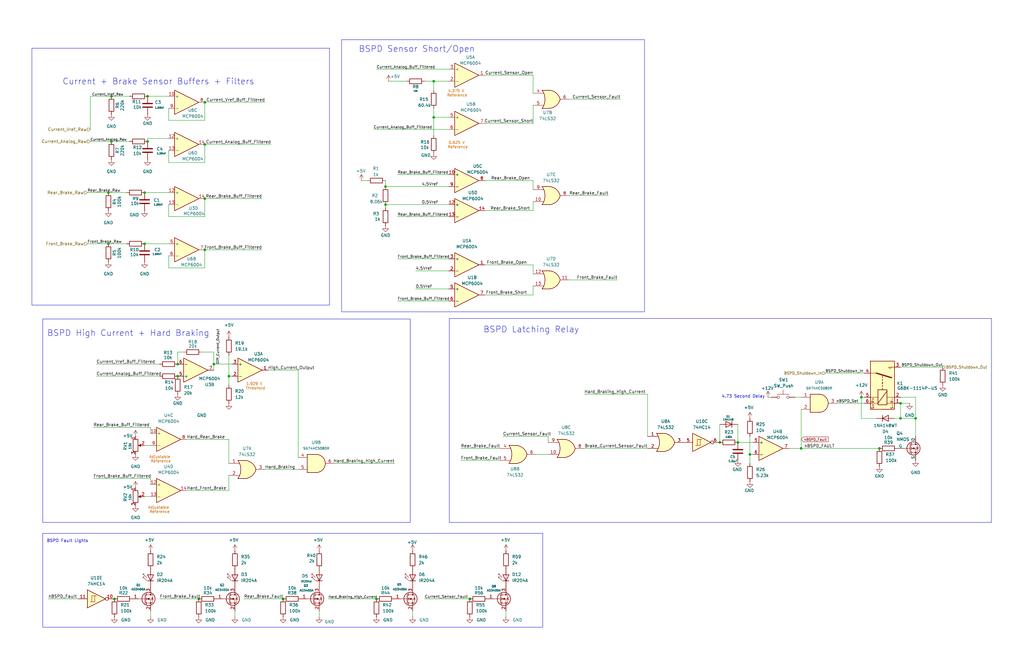
<source format=kicad_sch>
(kicad_sch (version 20250114) (generator "eeschema") (generator_version "9.0")
  (paper "B")
  (rectangle (start 13.462 20.32) (end 138.938 128.778))
  (rectangle (start 144.018 16.764) (end 271.78 131.572))
  (rectangle (start 18.034 225.044) (end 228.854 264.668))
  (rectangle (start 18.034 134.62) (end 172.974 220.472))
  (rectangle (start 189.484 134.366) (end 418.084 220.472))
  (text "Adjustable \nReference\n\n" (at 67.818 194.818 0) (effects (font (size 1.143 1.143))))
  (text "BSPD Latching Relay\n" (at 224.028 139.192 0) (effects (font (size 2.54 2.54))))
  (text "0.625 V \nReference\n\n" (at 193.04 62.23 0) (effects (font (size 1.143 1.143))))
  (text "4.375 V \nReference\n\n" (at 192.786 40.386 0) (effects (font (size 1.143 1.143))))
  (text "Current + Brake Sensor Buffers + Filters\n" (at 66.802 34.544 0) (effects (font (size 2.54 2.54))))
  (text "1.929 V \nThreshold\n" (at 107.696 163.068 0) (effects (font (size 1.143 1.143))))
  (text "Adjustable \nReference\n\n" (at 67.31 216.154 0) (effects (font (size 1.143 1.143))))
  (text "4.73 Second Delay\n" (at 313.436 167.386 0) (effects (font (size 1.27 1.27))))
  (text "BSPD Sensor Short/Open\n\n" (at 175.768 22.86 0) (effects (font (size 2.54 2.54))))
  (text "BSPD Fault Lights" (at 28.448 228.346 0) (effects (font (size 1.27 1.27))))
  (text "BSPD High Current + Hard Braking" (at 54.102 140.716 0) (effects (font (size 2.54 2.54))))
  (junction (at 303.53 186.69))
  (junction (at 379.73 170.18))
  (junction (at 48.26 252.73))
  (junction (at 182.88 49.53))
  (junction (at 182.88 34.29))
  (junction (at 316.23 191.77))
  (junction (at 83.82 252.73))
  (junction (at 337.82 189.23))
  (junction (at 62.23 59.69))
  (junction (at 363.22 167.64))
  (junction (at 119.38 252.73))
  (junction (at 74.93 158.75))
  (junction (at 90.17 153.67))
  (junction (at 386.08 176.53))
  (junction (at 158.75 252.73))
  (junction (at 46.99 40.64))
  (junction (at 162.56 86.36))
  (junction (at 311.15 186.69))
  (junction (at 46.99 59.69))
  (junction (at 45.72 102.87))
  (junction (at 62.23 40.64))
  (junction (at 45.72 81.28))
  (junction (at 198.12 252.73))
  (junction (at 60.96 102.87))
  (junction (at 86.36 105.41))
  (junction (at 74.93 153.67))
  (junction (at 60.96 81.28))
  (junction (at 86.36 83.82))
  (junction (at 162.56 78.74))
  (junction (at 86.36 43.18))
  (junction (at 379.73 176.53))
  (junction (at 96.52 158.75))
  (junction (at 370.84 189.23))
  (junction (at 86.36 60.96))
  (wire (pts (xy 162.56 86.36) (xy 189.23 86.36)))
  (wire (pts (xy 194.31 194.31) (xy 210.82 194.31)))
  (wire (pts (xy 90.17 148.59) (xy 85.09 148.59)))
  (wire (pts (xy 316.23 191.77) (xy 316.23 195.58)))
  (wire (pts (xy 386.08 176.53) (xy 386.08 184.15)))
  (wire (pts (xy 337.82 189.23) (xy 370.84 189.23)))
  (wire (pts (xy 337.82 172.72) (xy 337.82 189.23)))
  (wire (pts (xy 86.36 105.41) (xy 86.36 113.03)))
  (wire (pts (xy 78.74 185.42) (xy 96.52 185.42)))
  (wire (pts (xy 38.1 40.64) (xy 38.1 54.61)))
  (wire (pts (xy 332.74 189.23) (xy 337.82 189.23)))
  (wire (pts (xy 60.96 187.96) (xy 63.5 187.96)))
  (wire (pts (xy 231.14 184.15) (xy 231.14 186.69)))
  (wire (pts (xy 62.23 58.42) (xy 71.12 58.42)))
  (wire (pts (xy 175.26 114.3) (xy 189.23 114.3)))
  (wire (pts (xy 20.32 252.73) (xy 33.02 252.73)))
  (wire (pts (xy 182.88 34.29) (xy 189.23 34.29)))
  (wire (pts (xy 303.53 179.07) (xy 303.53 186.69)))
  (wire (pts (xy 163.83 34.29) (xy 171.45 34.29)))
  (wire (pts (xy 67.31 252.73) (xy 83.82 252.73)))
  (wire (pts (xy 167.64 91.44) (xy 189.23 91.44)))
  (wire (pts (xy 364.49 170.18) (xy 353.06 170.18)))
  (wire (pts (xy 386.08 167.64) (xy 386.08 176.53)))
  (wire (pts (xy 347.98 157.48) (xy 364.49 157.48)))
  (wire (pts (xy 204.47 88.9) (xy 224.79 88.9)))
  (wire (pts (xy 246.38 189.23) (xy 273.05 189.23)))
  (wire (pts (xy 167.64 109.22) (xy 189.23 109.22)))
  (wire (pts (xy 224.79 52.07) (xy 224.79 44.45)))
  (wire (pts (xy 86.36 43.18) (xy 111.76 43.18)))
  (wire (pts (xy 134.62 260.35) (xy 134.62 257.81)))
  (wire (pts (xy 363.22 167.64) (xy 364.49 167.64)))
  (wire (pts (xy 86.36 60.96) (xy 86.36 68.58)))
  (wire (pts (xy 213.36 260.35) (xy 213.36 257.81)))
  (wire (pts (xy 240.03 41.91) (xy 261.62 41.91)))
  (wire (pts (xy 224.79 88.9) (xy 224.79 85.09)))
  (wire (pts (xy 125.73 156.21) (xy 125.73 193.04)))
  (wire (pts (xy 86.36 50.8) (xy 86.36 43.18)))
  (wire (pts (xy 39.37 180.34) (xy 63.5 180.34)))
  (wire (pts (xy 96.52 185.42) (xy 96.52 195.58)))
  (wire (pts (xy 96.52 158.75) (xy 96.52 162.56)))
  (wire (pts (xy 204.47 52.07) (xy 224.79 52.07)))
  (wire (pts (xy 224.79 31.75) (xy 204.47 31.75)))
  (wire (pts (xy 71.12 68.58) (xy 86.36 68.58)))
  (wire (pts (xy 224.79 124.46) (xy 224.79 120.65)))
  (wire (pts (xy 379.73 176.53) (xy 377.19 176.53)))
  (wire (pts (xy 71.12 113.03) (xy 86.36 113.03)))
  (wire (pts (xy 224.79 111.76) (xy 224.79 115.57)))
  (wire (pts (xy 224.79 76.2) (xy 224.79 80.01)))
  (wire (pts (xy 71.12 45.72) (xy 71.12 50.8)))
  (wire (pts (xy 224.79 111.76) (xy 204.47 111.76)))
  (wire (pts (xy 86.36 83.82) (xy 86.36 91.44)))
  (wire (pts (xy 96.52 158.75) (xy 97.79 158.75)))
  (wire (pts (xy 204.47 76.2) (xy 224.79 76.2)))
  (wire (pts (xy 179.07 252.73) (xy 198.12 252.73)))
  (wire (pts (xy 86.36 83.82) (xy 110.49 83.82)))
  (wire (pts (xy 363.22 167.64) (xy 363.22 176.53)))
  (wire (pts (xy 46.99 40.64) (xy 54.61 40.64)))
  (wire (pts (xy 138.43 252.73) (xy 158.75 252.73)))
  (wire (pts (xy 63.5 260.35) (xy 63.5 257.81)))
  (wire (pts (xy 90.17 153.67) (xy 90.17 156.21)))
  (wire (pts (xy 179.07 34.29) (xy 182.88 34.29)))
  (wire (pts (xy 78.74 207.01) (xy 96.52 207.01)))
  (wire (pts (xy 38.1 59.69) (xy 46.99 59.69)))
  (wire (pts (xy 96.52 207.01) (xy 96.52 200.66)))
  (wire (pts (xy 240.03 118.11) (xy 260.35 118.11)))
  (wire (pts (xy 182.88 49.53) (xy 189.23 49.53)))
  (wire (pts (xy 90.17 153.67) (xy 90.17 148.59)))
  (wire (pts (xy 167.64 73.66) (xy 189.23 73.66)))
  (wire (pts (xy 311.15 179.07) (xy 311.15 186.69)))
  (wire (pts (xy 167.64 127) (xy 189.23 127)))
  (wire (pts (xy 96.52 149.86) (xy 96.52 158.75)))
  (wire (pts (xy 158.75 29.21) (xy 189.23 29.21)))
  (wire (pts (xy 173.99 260.35) (xy 173.99 257.81)))
  (wire (pts (xy 40.64 153.67) (xy 67.31 153.67)))
  (wire (pts (xy 113.03 156.21) (xy 125.73 156.21)))
  (wire (pts (xy 182.88 45.72) (xy 182.88 49.53)))
  (wire (pts (xy 86.36 105.41) (xy 110.49 105.41)))
  (wire (pts (xy 71.12 50.8) (xy 86.36 50.8)))
  (wire (pts (xy 99.06 260.35) (xy 99.06 257.81)))
  (wire (pts (xy 77.47 148.59) (xy 74.93 148.59)))
  (wire (pts (xy 71.12 91.44) (xy 86.36 91.44)))
  (wire (pts (xy 224.79 31.75) (xy 224.79 39.37)))
  (wire (pts (xy 74.93 148.59) (xy 74.93 153.67)))
  (wire (pts (xy 40.64 158.75) (xy 67.31 158.75)))
  (wire (pts (xy 397.51 154.94) (xy 379.73 154.94)))
  (wire (pts (xy 71.12 86.36) (xy 71.12 91.44)))
  (wire (pts (xy 386.08 167.64) (xy 379.73 167.64)))
  (wire (pts (xy 62.23 59.69) (xy 62.23 58.42)))
  (wire (pts (xy 204.47 124.46) (xy 224.79 124.46)))
  (wire (pts (xy 140.97 195.58) (xy 166.37 195.58)))
  (wire (pts (xy 240.03 82.55) (xy 256.54 82.55)))
  (wire (pts (xy 111.76 198.12) (xy 125.73 198.12)))
  (wire (pts (xy 386.08 176.53) (xy 379.73 176.53)))
  (wire (pts (xy 86.36 60.96) (xy 114.3 60.96)))
  (wire (pts (xy 90.17 153.67) (xy 97.79 153.67)))
  (wire (pts (xy 102.87 252.73) (xy 119.38 252.73)))
  (wire (pts (xy 152.4 76.2) (xy 154.94 76.2)))
  (wire (pts (xy 182.88 49.53) (xy 182.88 57.15)))
  (wire (pts (xy 323.85 167.64) (xy 325.12 167.64)))
  (wire (pts (xy 63.5 180.34) (xy 63.5 182.88)))
  (wire (pts (xy 316.23 184.15) (xy 316.23 191.77)))
  (wire (pts (xy 38.1 40.64) (xy 46.99 40.64)))
  (wire (pts (xy 316.23 191.77) (xy 317.5 191.77)))
  (wire (pts (xy 246.38 166.37) (xy 273.05 166.37)))
  (wire (pts (xy 162.56 86.36) (xy 162.56 87.63)))
  (wire (pts (xy 36.83 102.87) (xy 45.72 102.87)))
  (wire (pts (xy 212.09 184.15) (xy 231.14 184.15)))
  (wire (pts (xy 157.48 54.61) (xy 189.23 54.61)))
  (wire (pts (xy 383.54 170.18) (xy 379.73 170.18)))
  (wire (pts (xy 182.88 34.29) (xy 182.88 38.1)))
  (wire (pts (xy 162.56 78.74) (xy 189.23 78.74)))
  (wire (pts (xy 63.5 204.47) (xy 63.5 201.93)))
  (wire (pts (xy 71.12 107.95) (xy 71.12 113.03)))
  (wire (pts (xy 36.83 81.28) (xy 45.72 81.28)))
  (wire (pts (xy 60.96 102.87) (xy 71.12 102.87)))
  (wire (pts (xy 45.72 102.87) (xy 53.34 102.87)))
  (wire (pts (xy 45.72 81.28) (xy 53.34 81.28)))
  (wire (pts (xy 369.57 176.53) (xy 363.22 176.53)))
  (wire (pts (xy 311.15 186.69) (xy 317.5 186.69)))
  (wire (pts (xy 194.31 189.23) (xy 210.82 189.23)))
  (wire (pts (xy 335.28 167.64) (xy 337.82 167.64)))
  (wire (pts (xy 379.73 170.18) (xy 379.73 176.53)))
  (wire (pts (xy 175.26 121.92) (xy 189.23 121.92)))
  (wire (pts (xy 60.96 209.55) (xy 63.5 209.55)))
  (wire (pts (xy 62.23 40.64) (xy 71.12 40.64)))
  (wire (pts (xy 39.37 201.93) (xy 63.5 201.93)))
  (wire (pts (xy 71.12 63.5) (xy 71.12 68.58)))
  (wire (pts (xy 162.56 76.2) (xy 162.56 78.74)))
  (wire (pts (xy 60.96 81.28) (xy 71.12 81.28)))
  (wire (pts (xy 226.06 191.77) (xy 231.14 191.77)))
  (wire (pts (xy 273.05 166.37) (xy 273.05 184.15)))
  (wire (pts (xy 46.99 59.69) (xy 54.61 59.69)))
  (label "Hard_Rear_Brake" (at 78.74 185.42 0))
  (label "Rear_Brake_Fault" (at 194.31 189.23 0))
  (label "nBSPD_Set" (at 361.95 170.18 180) (effects (font (size 1.143 1.143))))
  (label "Front_Brake_Buff_Filtered" (at 167.64 127 0) (effects (font (size 1.143 1.143))))
  (label "High_Current_Output" (at 113.03 156.21 0))
  (label "Rear_Brake_Raw" (at 36.83 81.28 0) (effects (font (size 1.143 1.143))))
  (label "4.5Vref" (at 175.26 114.3 0))
  (label "Hard_Braking_High_Current" (at 246.38 166.37 0))
  (label "Rear_Brake_Fault" (at 256.54 82.55 180))
  (label "BSPD_Shutdown_In" (at 347.98 157.48 0) (effects (font (size 1.143 1.143))))
  (label "Hard_Braking_High_Current" (at 166.37 195.58 180))
  (label "4.5Vref" (at 177.8 78.74 0))
  (label "Current_Sensor_Fault" (at 212.09 184.15 0))
  (label "Brake_Current_Sensor_Fault" (at 273.05 189.23 180))
  (label "Rear_Brake_Fault" (at 102.87 252.73 0))
  (label "Front_Brake_Fault" (at 260.35 118.11 180))
  (label "Current_Analog_Buff_Filtered" (at 157.48 54.61 0) (effects (font (size 1.143 1.143))))
  (label "Rear_Brake_Short" (at 223.52 88.9 180))
  (label "Hard_Front_Brake" (at 78.74 207.01 0))
  (label "Current_Analog_Raw" (at 38.1 59.69 0) (effects (font (size 1.016 1.016))))
  (label "Hard_Braking_High_Current" (at 138.43 252.73 0) (effects (font (size 1.016 1.016))))
  (label "Front_Brake_Fault" (at 67.31 252.73 0))
  (label "Current_Vref_Raw" (at 52.07 40.64 180) (effects (font (size 1.016 1.016))))
  (label "Front_Brake_Buff_Filtered" (at 39.37 201.93 0))
  (label "Current_Vref_Buff_Filtered" (at 40.64 153.67 0))
  (label "nBSPD_FAULT" (at 339.09 189.23 0))
  (label "Current_Analog_Buff_Filtered" (at 158.75 29.21 0) (effects (font (size 1.143 1.143))))
  (label "Hard_Braking" (at 111.76 198.12 0))
  (label "Diff_Current_Output" (at 92.71 153.67 90) (effects (font (size 1.016 1.016))))
  (label "nBSPD_Fault" (at 20.32 252.73 0))
  (label "Front_Brake_Buff_Filtered" (at 110.49 105.41 180))
  (label "Front_Brake_Fault" (at 194.31 194.31 0))
  (label "0.5Vref" (at 175.26 121.92 0))
  (label "Current_Vref_Buff_Filtered" (at 111.76 43.18 180))
  (label "Current_Sensor_Fault" (at 261.62 41.91 180))
  (label "Current_Analog_Buff_Filtered" (at 114.3 60.96 180))
  (label "Current_Sensor_Open" (at 224.79 31.75 180))
  (label "Rear_Brake_Buff_Filtered" (at 39.37 180.34 0))
  (label "Rear_Brake_Buff_Filtered" (at 110.49 83.82 180))
  (label "Front_Brake_Open" (at 222.25 111.76 180))
  (label "Current_Sensor_Fault" (at 179.07 252.73 0) (effects (font (size 1.143 1.143))))
  (label "Current_Sensor_Short" (at 224.79 52.07 180))
  (label "Rear_Brake_Buff_Filtered" (at 167.64 73.66 0) (effects (font (size 1.143 1.143))))
  (label "Front_Brake_Buff_Filtered" (at 167.64 109.22 0) (effects (font (size 1.143 1.143))))
  (label "Front_Brake_Short" (at 222.25 124.46 180))
  (label "Rear_Brake_Open" (at 223.52 76.2 180))
  (label "Front_Brake_Raw" (at 36.83 102.87 0) (effects (font (size 1.143 1.143))))
  (label "Rear_Brake_Buff_Filtered" (at 167.64 91.44 0) (effects (font (size 1.143 1.143))))
  (label "Current_Analog_Buff_Filtered" (at 40.64 158.75 0))
  (label "BSPD_Shutdown_Out" (at 397.51 154.94 180) (effects (font (size 1.143 1.143))))
  (label "0.5Vref" (at 177.8 86.36 0))
  (global_label "nBSPD_Fault" (shape input) (at 337.82 185.42 0) (effects (font (size 1.016 1.016))) (property "Intersheetrefs" "${INTERSHEET_REFS}" (effects (hide yes))))
  (hierarchical_label "Rear_Brake_Raw" (shape input) (at 36.83 81.28 180))
  (hierarchical_label "BSPD_Shutdown_Out" (shape output) (at 397.51 154.94 0) (effects (font (size 1.143 1.143))))
  (hierarchical_label "Current_Analog_Raw" (shape input) (at 38.1 59.69 180))
  (hierarchical_label "Current_Vref_Raw" (shape input) (at 38.1 54.61 180))
  (hierarchical_label "BSPD_Shutdown_In" (shape input) (at 347.98 157.48 180) (effects (font (size 1.143 1.143))))
  (hierarchical_label "Front_Brake_Raw" (shape input) (at 36.83 102.87 180))
  (symbol (lib_id "power:GND") (at 74.93 166.37 0) (unit 1)
    (property "Reference" "#PWR017" (effects (hide yes)))
    (property "Value" "GND" (at 74.93 170.18 0))
    (property "Description" "Power symbol creates a global label with name \"GND\" , ground" (effects (hide yes)))
  )
  (symbol (lib_id "74xx:74LS32") (at 104.14 198.12 0) (unit 1)
    (property "Reference" "U7" (at 104.14 189.23 0))
    (property "Value" "74LS32" (at 104.14 191.77 0))
    (property "Datasheet" "http://www.ti.com/lit/gpn/sn74LS32" (effects (hide yes)))
    (property "Description" "Quad 2-input OR" (effects (hide yes)))
  )
  (symbol (lib_id "Device:R") (at 71.12 158.75 90) (unit 1)
    (property "Reference" "R14" (at 71.374 161.29 90))
    (property "Value" "10k" (at 71.374 163.83 90))
    (property "Description" "Resistor" (effects (hide yes)))
  )
  (symbol (lib_id "Amplifier_Operational:MCP6004") (at 196.85 31.75 0) (unit 1)
    (property "Reference" "U5" (at 198.374 24.13 0))
    (property "Value" "MCP6004" (at 198.374 26.67 0))
    (property "Datasheet" "http://ww1.microchip.com/downloads/en/DeviceDoc/21733j.pdf" (effects (hide yes)))
    (property "Description" "1MHz, Low-Power Op Amp, DIP-14/SOIC-14/TSSOP-14" (effects (hide yes)))
  )
  (symbol (lib_id "power:GND") (at 119.38 260.35 0) (unit 1)
    (property "Reference" "#PWR050" (effects (hide yes)))
    (property "Value" "GND" (at 124.206 261.62 0))
    (property "Description" "Power symbol creates a global label with name \"GND\" , ground" (effects (hide yes)))
  )
  (symbol (lib_id "Device:R") (at 63.5 236.22 180) (unit 1)
    (property "Reference" "R24" (at 66.04 234.9499 0) (effects (justify right)))
    (property "Value" "2k" (at 66.04 237.4899 0) (effects (justify right)))
    (property "Description" "Resistor" (effects (hide yes)))
  )
  (symbol (lib_id "power:+5V") (at 316.23 176.53 0) (unit 1)
    (property "Reference" "#PWR029" (effects (hide yes)))
    (property "Value" "+5V" (at 315.722 171.958 0))
    (property "Description" "Power symbol creates a global label with name \"+5V\"" (effects (hide yes)))
  )
  (symbol (lib_id "Device:R") (at 316.23 180.34 180) (unit 1)
    (property "Reference" "R25" (at 318.77 179.0699 0) (effects (justify right)))
    (property "Value" "10k" (at 318.77 181.6099 0) (effects (justify right)))
    (property "Description" "Resistor" (effects (hide yes)))
  )
  (symbol (lib_id "power:GND") (at 198.12 260.35 0) (unit 1)
    (property "Reference" "#PWR079" (effects (hide yes)))
    (property "Value" "GND" (at 202.946 261.62 0))
    (property "Description" "Power symbol creates a global label with name \"GND\" , ground" (effects (hide yes)))
  )
  (symbol (lib_id "Device:C") (at 62.23 44.45 0) (unit 1)
    (property "Reference" "C3" (at 65.278 43.18 0) (effects (justify left)))
    (property "Value" "1.59nF" (at 65.278 45.466 0) (effects (font (size 0.762 0.762)) (justify left)))
    (property "Description" "Unpolarized capacitor" (effects (hide yes)))
  )
  (symbol (lib_id "Device:R") (at 370.84 193.04 180) (unit 1)
    (property "Reference" "R37" (at 373.38 191.7699 0) (effects (justify right)))
    (property "Value" "100k" (at 373.38 194.3099 0) (effects (justify right)))
    (property "Description" "Resistor" (effects (hide yes)))
  )
  (symbol (lib_id "power:+5V") (at 99.06 232.41 0) (unit 1)
    (property "Reference" "#PWR043" (effects (hide yes)))
    (property "Value" "+5V" (at 98.552 227.838 0))
    (property "Description" "Power symbol creates a global label with name \"+5V\"" (effects (hide yes)))
  )
  (symbol (lib_id "power:+12V") (at 363.22 167.64 0) (mirror y) (unit 1)
    (property "Reference" "#PWR049" (effects (hide yes)))
    (property "Value" "+12V" (at 363.22 162.56 0))
    (property "Description" "Power symbol creates a global label with name \"+12V\"" (effects (hide yes)))
  )
  (symbol (lib_id "Device:R") (at 213.36 236.22 180) (unit 1)
    (property "Reference" "R59" (at 215.9 234.9499 0) (effects (justify right)))
    (property "Value" "2k" (at 215.9 237.4899 0) (effects (justify right)))
    (property "Description" "Resistor" (effects (hide yes)))
  )
  (symbol (lib_id "power:GND") (at 57.15 213.36 0) (unit 1)
    (property "Reference" "#PWR011" (effects (hide yes)))
    (property "Value" "GND" (at 57.15 218.44 0))
    (property "Description" "Power symbol creates a global label with name \"GND\" , ground" (effects (hide yes)))
  )
  (symbol (lib_id "Device:R_Potentiometer") (at 57.15 187.96 0) (unit 1)
    (property "Reference" "RV1" (at 52.832 188.214 90))
    (property "Value" "10k" (at 54.864 188.214 90) (effects (font (size 1.016 1.016))))
    (property "Description" "Potentiometer" (effects (hide yes)))
  )
  (symbol (lib_id "Amplifier_Operational:MCP6004") (at 71.12 185.42 0) (unit 3)
    (property "Reference" "U4" (at 71.12 175.26 0))
    (property "Value" "MCP6004" (at 71.12 177.8 0))
    (property "Datasheet" "http://ww1.microchip.com/downloads/en/DeviceDoc/21733j.pdf" (effects (hide yes)))
    (property "Description" "1MHz, Low-Power Op Amp, DIP-14/SOIC-14/TSSOP-14" (effects (hide yes)))
  )
  (symbol (lib_id "LED:IR204A") (at 213.36 242.57 90) (unit 1)
    (property "Reference" "D12" (at 215.9 242.4429 90) (effects (justify right)))
    (property "Value" "IR204A" (at 215.9 244.9829 90) (effects (justify right)))
    (property "Footprint" "LED_THT:LED_D3.0mm_IRBlack" (effects (hide yes)))
    (property "Datasheet" "http://www.everlight.com/file/ProductFile/IR204-A.pdf" (effects (hide yes)))
    (property "Description" "Infrared LED , 3mm LED package" (effects (hide yes)))
  )
  (symbol (lib_id "Amplifier_Operational:MCP6004") (at 196.85 52.07 0) (unit 2)
    (property "Reference" "U5" (at 198.628 43.942 0))
    (property "Value" "MCP6004" (at 198.628 46.482 0))
    (property "Datasheet" "http://ww1.microchip.com/downloads/en/DeviceDoc/21733j.pdf" (effects (hide yes)))
    (property "Description" "1MHz, Low-Power Op Amp, DIP-14/SOIC-14/TSSOP-14" (effects (hide yes)))
  )
  (symbol (lib_id "power:GND") (at 213.36 260.35 0) (unit 1)
    (property "Reference" "#PWR084" (effects (hide yes)))
    (property "Value" "GND" (at 218.186 261.62 0))
    (property "Description" "Power symbol creates a global label with name \"GND\" , ground" (effects (hide yes)))
  )
  (symbol (lib_id "Amplifier_Operational:MCP6004") (at 196.85 111.76 0) (unit 1)
    (property "Reference" "U1" (at 196.85 101.6 0))
    (property "Value" "MCP6004" (at 196.85 104.14 0))
    (property "Datasheet" "http://ww1.microchip.com/downloads/en/DeviceDoc/21733j.pdf" (effects (hide yes)))
    (property "Description" "1MHz, Low-Power Op Amp, DIP-14/SOIC-14/TSSOP-14" (effects (hide yes)))
  )
  (symbol (lib_id "FS_3_Global_Symbol_Library:SN74HCS08DR") (at 133.35 195.58 0) (unit 2)
    (property "Reference" "U9" (at 133.3417 186.69 0))
    (property "Value" "SN74HCS08DR" (at 133.3417 189.23 0) (effects (font (size 1.016 1.016))))
    (property "Footprint" "Package_SO:SOIC-14_3.9x8.7mm_P1.27mm" (effects (hide yes)))
    (property "Datasheet" "http://www.ti.com/lit/gpn/sn74hc00" (effects (hide yes)))
    (property "Description" "quad 2-input AND gate" (effects (hide yes)))
  )
  (symbol (lib_id "Device:R") (at 134.62 236.22 180) (unit 1)
    (property "Reference" "R40" (at 129.286 234.442 0) (effects (justify right)))
    (property "Value" "2k" (at 130.302 236.728 0) (effects (justify right)))
    (property "Description" "Resistor" (effects (hide yes)))
  )
  (symbol (lib_id "power:GND") (at 45.72 110.49 0) (unit 1)
    (property "Reference" "#PWR05" (effects (hide yes)))
    (property "Value" "GND" (at 45.72 115.57 0))
    (property "Description" "Power symbol creates a global label with name \"GND\" , ground" (effects (hide yes)))
  )
  (symbol (lib_id "Device:R") (at 45.72 85.09 180) (unit 1)
    (property "Reference" "R4" (at 48.26 85.09 90))
    (property "Value" "100k" (at 50.292 85.09 90))
    (property "Description" "Resistor" (effects (hide yes)))
  )
  (symbol (lib_id "power:GND") (at 63.5 260.35 0) (unit 1)
    (property "Reference" "#PWR027" (effects (hide yes)))
    (property "Value" "GND" (at 68.326 261.62 0))
    (property "Description" "Power symbol creates a global label with name \"GND\" , ground" (effects (hide yes)))
  )
  (symbol (lib_id "Transistor_FET:AO3400A") (at 210.82 252.73 0) (unit 1)
    (property "Reference" "Q8" (at 207.264 247.396 0) (effects (font (size 0.889 0.889)) (justify left)))
    (property "Value" "AO3400A" (at 205.232 249.174 0) (effects (font (size 0.889 0.889)) (justify left)))
    (property "Footprint" "Package_TO_SOT_SMD:SOT-23" (effects (hide yes)))
    (property "Datasheet" "http://www.aosmd.com/pdfs/datasheet/AO3400A.pdf" (effects (hide yes)))
    (property "Description" "30V Vds, 5.7A Id, N-Channel MOSFET, SOT-23" (effects (hide yes)))
  )
  (symbol (lib_id "Device:R") (at 99.06 236.22 180) (unit 1)
    (property "Reference" "R35" (at 101.6 234.9499 0) (effects (justify right)))
    (property "Value" "2k" (at 101.6 237.4899 0) (effects (justify right)))
    (property "Description" "Resistor" (effects (hide yes)))
  )
  (symbol (lib_id "Device:R") (at 201.93 252.73 270) (unit 1)
    (property "Reference" "R56" (at 201.93 250.19 90))
    (property "Value" "10k" (at 201.93 248.158 90))
    (property "Description" "Resistor" (effects (hide yes)))
  )
  (symbol (lib_id "Amplifier_Operational:MCP6004") (at 105.41 156.21 0) (unit 1)
    (property "Reference" "U3" (at 108.966 149.352 0))
    (property "Value" "MCP6004" (at 108.966 151.892 0))
    (property "Datasheet" "http://ww1.microchip.com/downloads/en/DeviceDoc/21733j.pdf" (effects (hide yes)))
    (property "Description" "1MHz, Low-Power Op Amp, DIP-14/SOIC-14/TSSOP-14" (effects (hide yes)))
  )
  (symbol (lib_id "Amplifier_Operational:MCP6004") (at 196.85 76.2 0) (unit 3)
    (property "Reference" "U5" (at 201.422 70.104 0))
    (property "Value" "MCP6004" (at 201.422 72.644 0))
    (property "Datasheet" "http://ww1.microchip.com/downloads/en/DeviceDoc/21733j.pdf" (effects (hide yes)))
    (property "Description" "1MHz, Low-Power Op Amp, DIP-14/SOIC-14/TSSOP-14" (effects (hide yes)))
  )
  (symbol (lib_id "Amplifier_Operational:MCP6004") (at 78.74 60.96 0) (unit 4)
    (property "Reference" "U6" (at 81.28 64.516 0))
    (property "Value" "MCP6004" (at 81.28 67.056 0))
    (property "Datasheet" "http://ww1.microchip.com/downloads/en/DeviceDoc/21733j.pdf" (effects (hide yes)))
    (property "Description" "1MHz, Low-Power Op Amp, DIP-14/SOIC-14/TSSOP-14" (effects (hide yes)))
  )
  (symbol (lib_id "power:GND") (at 45.72 88.9 0) (unit 1)
    (property "Reference" "#PWR04" (effects (hide yes)))
    (property "Value" "GND" (at 45.72 93.98 0))
    (property "Description" "Power symbol creates a global label with name \"GND\" , ground" (effects (hide yes)))
  )
  (symbol (lib_id "power:GND") (at 158.75 260.35 0) (unit 1)
    (property "Reference" "#PWR068" (effects (hide yes)))
    (property "Value" "GND" (at 163.576 261.62 0))
    (property "Description" "Power symbol creates a global label with name \"GND\" , ground" (effects (hide yes)))
  )
  (symbol (lib_id "Amplifier_Operational:MCP6004") (at 78.74 83.82 0) (unit 4)
    (property "Reference" "U3" (at 81.534 87.884 0))
    (property "Value" "MCP6004" (at 81.788 90.17 0))
    (property "Datasheet" "http://ww1.microchip.com/downloads/en/DeviceDoc/21733j.pdf" (effects (hide yes)))
    (property "Description" "1MHz, Low-Power Op Amp, DIP-14/SOIC-14/TSSOP-14" (effects (hide yes)))
  )
  (symbol (lib_id "power:+5V") (at 57.15 205.74 0) (unit 1)
    (property "Reference" "#PWR010" (effects (hide yes)))
    (property "Value" "+5V" (at 53.848 205.486 0))
    (property "Description" "Power symbol creates a global label with name \"+5V\"" (effects (hide yes)))
  )
  (symbol (lib_id "Device:R") (at 162.56 91.44 0) (unit 1)
    (property "Reference" "R3" (at 157.226 90.17 0) (effects (justify left)))
    (property "Value" "1k" (at 157.988 92.456 0) (effects (justify left)))
    (property "Description" "Resistor" (effects (hide yes)))
  )
  (symbol (lib_id "power:GND") (at 311.15 194.31 0) (unit 1)
    (property "Reference" "#PWR025" (effects (hide yes)))
    (property "Value" "GND" (at 310.896 198.12 0))
    (property "Description" "Power symbol creates a global label with name \"GND\" , ground" (effects (hide yes)))
  )
  (symbol (lib_id "Amplifier_Operational:MCP6004") (at 78.74 105.41 0) (unit 2)
    (property "Reference" "U6" (at 80.772 109.22 0))
    (property "Value" "MCP6004" (at 80.772 111.76 0))
    (property "Datasheet" "http://ww1.microchip.com/downloads/en/DeviceDoc/21733j.pdf" (effects (hide yes)))
    (property "Description" "1MHz, Low-Power Op Amp, DIP-14/SOIC-14/TSSOP-14" (effects (hide yes)))
  )
  (symbol (lib_id "Device:R") (at 307.34 186.69 270) (unit 1)
    (property "Reference" "R23" (at 307.34 182.372 90))
    (property "Value" "430k" (at 307.34 184.404 90) (effects (font (size 0.762 0.762))))
    (property "Description" "Resistor" (effects (hide yes)))
  )
  (symbol (lib_id "Device:R") (at 158.75 256.54 180) (unit 1)
    (property "Reference" "R42" (at 161.29 255.2699 0) (effects (justify right)))
    (property "Value" "100k" (at 161.29 257.8099 0) (effects (justify right)))
    (property "Description" "Resistor" (effects (hide yes)))
  )
  (symbol (lib_id "74xx:74HC14") (at 40.64 252.73 0) (unit 5)
    (property "Reference" "U10" (at 40.64 243.84 0))
    (property "Value" "74HC14" (at 40.64 246.38 0))
    (property "Datasheet" "http://www.ti.com/lit/gpn/sn74HC14" (effects (hide yes)))
    (property "Description" "Hex inverter schmitt trigger" (effects (hide yes)))
  )
  (symbol (lib_id "74xx:74HC14") (at 295.91 186.69 0) (unit 3)
    (property "Reference" "U10" (at 295.91 177.8 0))
    (property "Value" "74HC14" (at 295.91 180.34 0))
    (property "Datasheet" "http://www.ti.com/lit/gpn/sn74HC14" (effects (hide yes)))
    (property "Description" "Hex inverter schmitt trigger" (effects (hide yes)))
  )
  (symbol (lib_id "power:+5V") (at 63.5 232.41 0) (unit 1)
    (property "Reference" "#PWR026" (effects (hide yes)))
    (property "Value" "+5V" (at 62.992 227.838 0))
    (property "Description" "Power symbol creates a global label with name \"+5V\"" (effects (hide yes)))
  )
  (symbol (lib_id "power:GND") (at 316.23 203.2 0) (unit 1)
    (property "Reference" "#PWR030" (effects (hide yes)))
    (property "Value" "GND" (at 315.976 207.01 0))
    (property "Description" "Power symbol creates a global label with name \"GND\" , ground" (effects (hide yes)))
  )
  (symbol (lib_id "power:GND") (at 60.96 110.49 0) (unit 1)
    (property "Reference" "#PWR014" (effects (hide yes)))
    (property "Value" "GND" (at 60.96 115.57 0))
    (property "Description" "Power symbol creates a global label with name \"GND\" , ground" (effects (hide yes)))
  )
  (symbol (lib_id "Device:R") (at 45.72 106.68 180) (unit 1)
    (property "Reference" "R5" (at 48.26 106.68 90))
    (property "Value" "100k" (at 50.292 106.68 90))
    (property "Description" "Resistor" (effects (hide yes)))
  )
  (symbol (lib_id "power:+5V") (at 163.83 34.29 0) (unit 1)
    (property "Reference" "#PWR02" (effects (hide yes)))
    (property "Value" "+5V" (at 166.624 32.258 0))
    (property "Description" "Power symbol creates a global label with name \"+5V\"" (effects (hide yes)))
  )
  (symbol (lib_id "1FS_2_Global_Symbol_Library:G6BK-1114P-US") (at 372.11 158.75 0) (mirror x) (unit 1)
    (property "Reference" "K1" (at 379.476 161.798 0))
    (property "Value" "G6BK-1114P-US" (at 386.842 163.83 0))
    (property "Footprint" "FS_3_Global_Footprint_Library:RELAY_G6BK-1114P-US_OMR" (effects (hide yes)))
    (property "Description" "Omron G6BK-1114P-US Latching Relay." (effects (hide yes)))
  )
  (symbol (lib_id "power:+5V") (at 57.15 184.15 0) (unit 1)
    (property "Reference" "#PWR08" (effects (hide yes)))
    (property "Value" "+5V" (at 53.848 183.896 0))
    (property "Description" "Power symbol creates a global label with name \"+5V\"" (effects (hide yes)))
  )
  (symbol (lib_id "power:GND") (at 182.88 64.77 0) (unit 1)
    (property "Reference" "#PWR012" (effects (hide yes)))
    (property "Value" "GND" (at 179.578 65.532 0))
    (property "Description" "Power symbol creates a global label with name \"GND\" , ground" (effects (hide yes)))
  )
  (symbol (lib_id "power:GND") (at 162.56 95.25 0) (unit 1)
    (property "Reference" "#PWR03" (effects (hide yes)))
    (property "Value" "GND" (at 162.56 99.314 0))
    (property "Description" "Power symbol creates a global label with name \"GND\" , ground" (effects (hide yes)))
  )
  (symbol (lib_id "Device:R") (at 123.19 252.73 270) (unit 1)
    (property "Reference" "R38" (at 123.19 250.19 90))
    (property "Value" "10k" (at 123.19 248.158 90))
    (property "Description" "Resistor" (effects (hide yes)))
  )
  (symbol (lib_id "Device:R") (at 397.51 158.75 180) (unit 1)
    (property "Reference" "R41" (at 400.05 157.4799 0) (effects (justify right)))
    (property "Value" "100k" (at 400.05 160.0199 0) (effects (justify right)))
    (property "Description" "Resistor" (effects (hide yes)))
  )
  (symbol (lib_id "Device:R") (at 74.93 162.56 180) (unit 1)
    (property "Reference" "R17" (at 77.47 163.322 0) (effects (justify right)))
    (property "Value" "20k" (at 77.47 165.862 0) (effects (justify right)))
    (property "Description" "Resistor" (effects (hide yes)))
  )
  (symbol (lib_id "Transistor_FET:AO3400A") (at 171.45 252.73 0) (unit 1)
    (property "Reference" "Q5" (at 167.386 246.634 0) (effects (font (size 0.889 0.889)) (justify left)))
    (property "Value" "AO3400A" (at 165.608 248.666 0) (effects (font (size 0.889 0.889)) (justify left)))
    (property "Footprint" "Package_TO_SOT_SMD:SOT-23" (effects (hide yes)))
    (property "Datasheet" "http://www.aosmd.com/pdfs/datasheet/AO3400A.pdf" (effects (hide yes)))
    (property "Description" "30V Vds, 5.7A Id, N-Channel MOSFET, SOT-23" (effects (hide yes)))
  )
  (symbol (lib_id "Device:R") (at 96.52 146.05 180) (unit 1)
    (property "Reference" "R19" (at 99.06 144.7799 0) (effects (justify right)))
    (property "Value" "19.1k" (at 99.06 147.3199 0) (effects (justify right)))
    (property "Description" "Resistor" (effects (hide yes)))
  )
  (symbol (lib_id "power:GND") (at 46.99 67.31 0) (unit 1)
    (property "Reference" "#PWR07" (effects (hide yes)))
    (property "Value" "GND" (at 46.99 72.39 0))
    (property "Description" "Power symbol creates a global label with name \"GND\" , ground" (effects (hide yes)))
  )
  (symbol (lib_id "Device:R") (at 48.26 256.54 180) (unit 1)
    (property "Reference" "R21" (at 50.8 255.2699 0) (effects (justify right)))
    (property "Value" "100k" (at 50.8 257.8099 0) (effects (justify right)))
    (property "Description" "Resistor" (effects (hide yes)))
  )
  (symbol (lib_id "Device:R") (at 52.07 252.73 270) (unit 1)
    (property "Reference" "R22" (at 52.07 250.19 90))
    (property "Value" "10k" (at 52.07 248.158 90))
    (property "Description" "Resistor" (effects (hide yes)))
  )
  (symbol (lib_id "Device:R") (at 173.99 236.22 180) (unit 1)
    (property "Reference" "R46" (at 176.53 234.9499 0) (effects (justify right)))
    (property "Value" "2k" (at 176.53 237.4899 0) (effects (justify right)))
    (property "Description" "Resistor" (effects (hide yes)))
  )
  (symbol (lib_id "Switch:SW_Push") (at 330.2 167.64 0) (mirror y) (unit 1)
    (property "Reference" "SW1" (at 330.454 160.274 0))
    (property "Value" "SW_Push" (at 330.454 162.814 0))
    (property "Description" "Push button switch, generic, two pins" (effects (hide yes)))
  )
  (symbol (lib_id "Device:C") (at 311.15 190.5 0) (unit 1)
    (property "Reference" "C5" (at 307.848 192.786 0) (effects (font (size 1.016 1.016)) (justify left)))
    (property "Value" "1.0μF" (at 307.086 194.564 0) (effects (font (size 0.889 0.889)) (justify left)))
    (property "Description" "Unpolarized capacitor" (effects (hide yes)))
  )
  (symbol (lib_id "power:GND") (at 60.96 88.9 0) (unit 1)
    (property "Reference" "#PWR013" (effects (hide yes)))
    (property "Value" "GND" (at 56.642 90.678 0))
    (property "Description" "Power symbol creates a global label with name \"GND\" , ground" (effects (hide yes)))
  )
  (symbol (lib_id "power:GND") (at 397.51 162.56 0) (unit 1)
    (property "Reference" "#PWR065" (effects (hide yes)))
    (property "Value" "GND" (at 397.51 166.624 0))
    (property "Description" "Power symbol creates a global label with name \"GND\" , ground" (effects (hide yes)))
  )
  (symbol (lib_id "LED:IR204A") (at 63.5 242.57 90) (unit 1)
    (property "Reference" "D2" (at 66.04 242.4429 90) (effects (justify right)))
    (property "Value" "IR204A" (at 66.04 244.9829 90) (effects (justify right)))
    (property "Footprint" "LED_THT:LED_D3.0mm_IRBlack" (effects (hide yes)))
    (property "Datasheet" "http://www.everlight.com/file/ProductFile/IR204-A.pdf" (effects (hide yes)))
    (property "Description" "Infrared LED , 3mm LED package" (effects (hide yes)))
  )
  (symbol (lib_id "LED:IR204A") (at 173.99 242.57 90) (unit 1)
    (property "Reference" "D6" (at 176.53 242.4429 90) (effects (justify right)))
    (property "Value" "IR204A" (at 176.53 244.9829 90) (effects (justify right)))
    (property "Footprint" "LED_THT:LED_D3.0mm_IRBlack" (effects (hide yes)))
    (property "Datasheet" "http://www.everlight.com/file/ProductFile/IR204-A.pdf" (effects (hide yes)))
    (property "Description" "Infrared LED , 3mm LED package" (effects (hide yes)))
  )
  (symbol (lib_id "Device:C") (at 60.96 85.09 0) (unit 1)
    (property "Reference" "C1" (at 64.77 84.4549 0) (effects (justify left)))
    (property "Value" "1.59nF" (at 64.77 86.36 0) (effects (font (size 0.762 0.762)) (justify left)))
    (property "Description" "Unpolarized capacitor" (effects (hide yes)))
  )
  (symbol (lib_id "Transistor_FET:AO3400A") (at 96.52 252.73 0) (unit 1)
    (property "Reference" "Q2" (at 92.71 246.888 0) (effects (font (size 0.889 0.889)) (justify left)))
    (property "Value" "AO3400A" (at 90.678 248.92 0) (effects (font (size 0.889 0.889)) (justify left)))
    (property "Footprint" "Package_TO_SOT_SMD:SOT-23" (effects (hide yes)))
    (property "Datasheet" "http://www.aosmd.com/pdfs/datasheet/AO3400A.pdf" (effects (hide yes)))
    (property "Description" "30V Vds, 5.7A Id, N-Channel MOSFET, SOT-23" (effects (hide yes)))
  )
  (symbol (lib_id "Device:R") (at 374.65 189.23 270) (unit 1)
    (property "Reference" "R39" (at 374.65 186.69 90))
    (property "Value" "10k" (at 374.65 184.658 90))
    (property "Description" "Resistor" (effects (hide yes)))
  )
  (symbol (lib_id "power:GND") (at 62.23 67.31 0) (unit 1)
    (property "Reference" "#PWR016" (effects (hide yes)))
    (property "Value" "GND" (at 62.23 72.39 0))
    (property "Description" "Power symbol creates a global label with name \"GND\" , ground" (effects (hide yes)))
  )
  (symbol (lib_id "power:+5V") (at 213.36 232.41 0) (unit 1)
    (property "Reference" "#PWR083" (effects (hide yes)))
    (property "Value" "+5V" (at 213.106 227.838 0))
    (property "Description" "Power symbol creates a global label with name \"+5V\"" (effects (hide yes)))
  )
  (symbol (lib_id "LED:IR204A") (at 99.06 242.57 90) (unit 1)
    (property "Reference" "D3" (at 101.6 242.4429 90) (effects (justify right)))
    (property "Value" "IR204A" (at 101.6 244.9829 90) (effects (justify right)))
    (property "Footprint" "LED_THT:LED_D3.0mm_IRBlack" (effects (hide yes)))
    (property "Datasheet" "http://www.everlight.com/file/ProductFile/IR204-A.pdf" (effects (hide yes)))
    (property "Description" "Infrared LED , 3mm LED package" (effects (hide yes)))
  )
  (symbol (lib_id "Device:C") (at 62.23 63.5 0) (unit 1)
    (property "Reference" "C4" (at 66.04 62.8649 0) (effects (justify left)))
    (property "Value" "1.59nF" (at 66.04 64.77 0) (effects (font (size 0.762 0.762)) (justify left)))
    (property "Description" "Unpolarized capacitor" (effects (hide yes)))
  )
  (symbol (lib_id "Device:R") (at 58.42 59.69 90) (unit 1)
    (property "Reference" "R12" (at 57.912 62.23 90))
    (property "Value" "10k" (at 57.912 64.77 90))
    (property "Description" "Resistor" (effects (hide yes)))
  )
  (symbol (lib_id "power:+12V") (at 323.85 167.64 0) (mirror y) (unit 1)
    (property "Reference" "#PWR031" (effects (hide yes)))
    (property "Value" "+12V" (at 323.596 163.83 0))
    (property "Description" "Power symbol creates a global label with name \"+12V\"" (effects (hide yes)))
  )
  (symbol (lib_id "74xx:74LS32") (at 232.41 118.11 0) (unit 4)
    (property "Reference" "U7" (at 232.41 109.22 0))
    (property "Value" "74LS32" (at 232.41 111.76 0))
    (property "Datasheet" "http://www.ti.com/lit/gpn/sn74LS32" (effects (hide yes)))
    (property "Description" "Quad 2-input OR" (effects (hide yes)))
  )
  (symbol (lib_id "74xx:74LS32") (at 232.41 41.91 0) (unit 2)
    (property "Reference" "U7" (at 230.886 47.498 0))
    (property "Value" "74LS32" (at 230.886 50.038 0))
    (property "Datasheet" "http://www.ti.com/lit/gpn/sn74LS32" (effects (hide yes)))
    (property "Description" "Quad 2-input OR" (effects (hide yes)))
  )
  (symbol (lib_id "Diode:1N4148WT") (at 373.38 176.53 0) (unit 1)
    (property "Reference" "D4" (at 373.38 182.118 0))
    (property "Value" "1N4148WT" (at 373.38 179.578 0))
    (property "Footprint" "Diode_SMD:D_SOD-523" (effects (hide yes)))
    (property "Datasheet" "https://www.diodes.com/assets/Datasheets/ds30396.pdf" (effects (hide yes)))
    (property "Description" "75V 0.15A Fast switching Diode, SOD-523" (effects (hide yes)))
    (property "Sim.Device" "D" (effects (hide yes)))
    (property "Sim.Pins" "1=K 2=A" (effects (hide yes)))
  )
  (symbol (lib_id "power:GND") (at 383.54 170.18 0) (mirror y) (unit 1)
    (property "Reference" "#PWR054" (effects (hide yes)))
    (property "Value" "GND" (at 383.54 175.26 0))
    (property "Description" "Power symbol creates a global label with name \"GND\" , ground" (effects (hide yes)))
  )
  (symbol (lib_id "Device:R") (at 46.99 63.5 180) (unit 1)
    (property "Reference" "R7" (at 49.53 63.5 90))
    (property "Value" "220k" (at 51.562 63.5 90))
    (property "Description" "Resistor" (effects (hide yes)))
  )
  (symbol (lib_id "Amplifier_Operational:MCP6004") (at 78.74 43.18 0) (unit 3)
    (property "Reference" "U6" (at 81.28 46.482 0))
    (property "Value" "MCP6004" (at 81.28 49.022 0))
    (property "Datasheet" "http://ww1.microchip.com/downloads/en/DeviceDoc/21733j.pdf" (effects (hide yes)))
    (property "Description" "1MHz, Low-Power Op Amp, DIP-14/SOIC-14/TSSOP-14" (effects (hide yes)))
  )
  (symbol (lib_id "Simulation_SPICE:NMOS") (at 383.54 189.23 0) (unit 1)
    (property "Reference" "Q4" (at 377.952 182.88 0) (effects (justify left)))
    (property "Value" "NMOS" (at 377.952 185.42 0) (effects (justify left)))
    (property "Datasheet" "https://ngspice.sourceforge.io/docs/ngspice-html-manual/manual.xhtml#cha_MOSFETs" (effects (hide yes)))
    (property "Description" "N-MOSFET transistor, drain/source/gate" (effects (hide yes)))
    (property "Sim.Device" "NMOS" (effects (hide yes)))
    (property "Sim.Type" "VDMOS" (effects (hide yes)))
    (property "Sim.Pins" "1=D 2=G 3=S" (effects (hide yes)))
  )
  (symbol (lib_id "Device:R") (at 182.88 60.96 180) (unit 1)
    (property "Reference" "R16" (at 177.292 59.944 0) (effects (justify right)))
    (property "Value" "10k" (at 177.292 62.23 0) (effects (justify right)))
    (property "Description" "Resistor" (effects (hide yes)))
  )
  (symbol (lib_id "Device:R") (at 175.26 34.29 270) (unit 1)
    (property "Reference" "R8" (at 175.26 36.576 90))
    (property "Value" "10k" (at 175.26 38.354 90) (effects (font (size 0.635 0.635))))
    (property "Description" "Resistor" (effects (hide yes)))
  )
  (symbol (lib_id "power:GND") (at 83.82 260.35 0) (unit 1)
    (property "Reference" "#PWR037" (effects (hide yes)))
    (property "Value" "GND" (at 88.646 261.62 0))
    (property "Description" "Power symbol creates a global label with name \"GND\" , ground" (effects (hide yes)))
  )
  (symbol (lib_id "LED:IR204A") (at 134.62 242.57 90) (unit 1)
    (property "Reference" "D5" (at 127.254 243.078 90) (effects (justify right)))
    (property "Value" "IR204A" (at 126.746 245.364 90) (effects (font (size 0.889 0.889)) (justify right)))
    (property "Footprint" "LED_THT:LED_D3.0mm_IRBlack" (effects (hide yes)))
    (property "Datasheet" "http://www.everlight.com/file/ProductFile/IR204-A.pdf" (effects (hide yes)))
    (property "Description" "Infrared LED , 3mm LED package" (effects (hide yes)))
  )
  (symbol (lib_id "Amplifier_Operational:MCP6004") (at 196.85 88.9 0) (unit 4)
    (property "Reference" "U5" (at 199.39 81.28 0))
    (property "Value" "MCP6004" (at 199.39 83.82 0))
    (property "Datasheet" "http://ww1.microchip.com/downloads/en/DeviceDoc/21733j.pdf" (effects (hide yes)))
    (property "Description" "1MHz, Low-Power Op Amp, DIP-14/SOIC-14/TSSOP-14" (effects (hide yes)))
  )
  (symbol (lib_id "power:GND") (at 370.84 196.85 0) (unit 1)
    (property "Reference" "#PWR051" (effects (hide yes)))
    (property "Value" "GND" (at 370.84 200.914 0))
    (property "Description" "Power symbol creates a global label with name \"GND\" , ground" (effects (hide yes)))
  )
  (symbol (lib_id "Device:R") (at 57.15 81.28 90) (unit 1)
    (property "Reference" "R9" (at 57.15 83.82 90))
    (property "Value" "10k" (at 56.896 85.852 90))
    (property "Description" "Resistor" (effects (hide yes)))
  )
  (symbol (lib_id "power:+5V") (at 152.4 76.2 0) (unit 1)
    (property "Reference" "#PWR01" (effects (hide yes)))
    (property "Value" "+5V" (at 152.146 72.136 0))
    (property "Description" "Power symbol creates a global label with name \"+5V\"" (effects (hide yes)))
  )
  (symbol (lib_id "Diode:1N4148") (at 307.34 179.07 180) (unit 1)
    (property "Reference" "D1" (at 307.848 175.768 0) (effects (font (size 0.762 0.762)) (justify left)))
    (property "Value" "1N4148" (at 309.372 177.038 0) (effects (font (size 0.762 0.762)) (justify left)))
    (property "Footprint" "Diode_THT:D_DO-35_SOD27_P7.62mm_Horizontal" (effects (hide yes)))
    (property "Datasheet" "https://assets.nexperia.com/documents/data-sheet/1N4148_1N4448.pdf" (effects (hide yes)))
    (property "Description" "100V 0.15A standard switching diode, DO-35" (effects (hide yes)))
    (property "Sim.Device" "D" (effects (hide yes)))
    (property "Sim.Pins" "1=K 2=A" (effects (hide yes)))
  )
  (symbol (lib_id "Device:R") (at 58.42 40.64 90) (unit 1)
    (property "Reference" "R11" (at 57.658 42.926 90))
    (property "Value" "10k" (at 57.912 45.212 90))
    (property "Description" "Resistor" (effects (hide yes)))
  )
  (symbol (lib_id "Device:R") (at 158.75 76.2 90) (unit 1)
    (property "Reference" "R1" (at 158.496 71.12 90))
    (property "Value" "1k" (at 158.496 73.66 90))
    (property "Description" "Resistor" (effects (hide yes)))
  )
  (symbol (lib_id "Device:R") (at 162.56 82.55 0) (unit 1)
    (property "Reference" "R2" (at 156.718 82.55 0) (effects (justify left)))
    (property "Value" "8.06k" (at 155.956 85.09 0) (effects (justify left)))
    (property "Description" "Resistor" (effects (hide yes)))
  )
  (symbol (lib_id "power:+5V") (at 96.52 142.24 0) (unit 1)
    (property "Reference" "#PWR020" (effects (hide yes)))
    (property "Value" "+5V" (at 96.52 137.16 0))
    (property "Description" "Power symbol creates a global label with name \"+5V\"" (effects (hide yes)))
  )
  (symbol (lib_id "Transistor_FET:AO3400A") (at 60.96 252.73 0) (unit 1)
    (property "Reference" "Q1" (at 57.404 246.888 0) (effects (font (size 0.889 0.889)) (justify left)))
    (property "Value" "AO3400A" (at 55.372 248.666 0) (effects (font (size 0.889 0.889)) (justify left)))
    (property "Footprint" "Package_TO_SOT_SMD:SOT-23" (effects (hide yes)))
    (property "Datasheet" "http://www.aosmd.com/pdfs/datasheet/AO3400A.pdf" (effects (hide yes)))
    (property "Description" "30V Vds, 5.7A Id, N-Channel MOSFET, SOT-23" (effects (hide yes)))
  )
  (symbol (lib_id "power:GND") (at 134.62 260.35 0) (unit 1)
    (property "Reference" "#PWR056" (effects (hide yes)))
    (property "Value" "GND" (at 138.938 262.382 0))
    (property "Description" "Power symbol creates a global label with name \"GND\" , ground" (effects (hide yes)))
  )
  (symbol (lib_id "Device:R") (at 81.28 148.59 90) (unit 1)
    (property "Reference" "R18" (at 81.28 144.272 90))
    (property "Value" "20k" (at 81.28 146.05 90))
    (property "Description" "Resistor" (effects (hide yes)))
  )
  (symbol (lib_id "power:+5V") (at 173.99 232.41 0) (unit 1)
    (property "Reference" "#PWR071" (effects (hide yes)))
    (property "Value" "+5V" (at 173.736 228.854 0))
    (property "Description" "Power symbol creates a global label with name \"+5V\"" (effects (hide yes)))
  )
  (symbol (lib_id "Transistor_FET:AO3400A") (at 132.08 252.73 0) (unit 1)
    (property "Reference" "Q3" (at 128.016 247.142 0) (effects (font (size 0.889 0.889)) (justify left)))
    (property "Value" "AO3400A" (at 126.238 249.174 0) (effects (font (size 0.889 0.889)) (justify left)))
    (property "Footprint" "Package_TO_SOT_SMD:SOT-23" (effects (hide yes)))
    (property "Datasheet" "http://www.aosmd.com/pdfs/datasheet/AO3400A.pdf" (effects (hide yes)))
    (property "Description" "30V Vds, 5.7A Id, N-Channel MOSFET, SOT-23" (effects (hide yes)))
  )
  (symbol (lib_id "Device:R") (at 182.88 41.91 180) (unit 1)
    (property "Reference" "R15" (at 176.784 41.91 0) (effects (justify right)))
    (property "Value" "60.4k" (at 176.276 44.45 0) (effects (justify right)))
    (property "Description" "Resistor" (effects (hide yes)))
  )
  (symbol (lib_id "Device:R") (at 71.12 153.67 90) (unit 1)
    (property "Reference" "R13" (at 70.866 148.844 90))
    (property "Value" "10k" (at 70.866 150.876 90))
    (property "Description" "Resistor" (effects (hide yes)))
  )
  (symbol (lib_id "Device:R") (at 162.56 252.73 270) (unit 1)
    (property "Reference" "R44" (at 162.56 250.19 90))
    (property "Value" "10k" (at 162.56 248.158 90))
    (property "Description" "Resistor" (effects (hide yes)))
  )
  (symbol (lib_id "Device:R") (at 87.63 252.73 270) (unit 1)
    (property "Reference" "R34" (at 87.63 250.19 90))
    (property "Value" "10k" (at 87.63 248.158 90))
    (property "Description" "Resistor" (effects (hide yes)))
  )
  (symbol (lib_id "power:GND") (at 173.99 260.35 0) (unit 1)
    (property "Reference" "#PWR072" (effects (hide yes)))
    (property "Value" "GND" (at 178.816 261.62 0))
    (property "Description" "Power symbol creates a global label with name \"GND\" , ground" (effects (hide yes)))
  )
  (symbol (lib_id "Device:R") (at 83.82 256.54 180) (unit 1)
    (property "Reference" "R33" (at 86.36 255.2699 0) (effects (justify right)))
    (property "Value" "100k" (at 86.36 257.8099 0) (effects (justify right)))
    (property "Description" "Resistor" (effects (hide yes)))
  )
  (symbol (lib_id "Device:R") (at 46.99 44.45 180) (unit 1)
    (property "Reference" "R6" (at 49.53 44.45 90))
    (property "Value" "220k" (at 51.562 44.45 90))
    (property "Description" "Resistor" (effects (hide yes)))
  )
  (symbol (lib_id "Amplifier_Operational:MCP6004") (at 71.12 207.01 0) (unit 4)
    (property "Reference" "U4" (at 71.12 196.85 0))
    (property "Value" "MCP6004" (at 71.12 199.39 0))
    (property "Datasheet" "http://ww1.microchip.com/downloads/en/DeviceDoc/21733j.pdf" (effects (hide yes)))
    (property "Description" "1MHz, Low-Power Op Amp, DIP-14/SOIC-14/TSSOP-14" (effects (hide yes)))
  )
  (symbol (lib_id "power:GND") (at 46.99 48.26 0) (unit 1)
    (property "Reference" "#PWR06" (effects (hide yes)))
    (property "Value" "GND" (at 46.99 53.34 0))
    (property "Description" "Power symbol creates a global label with name \"GND\" , ground" (effects (hide yes)))
  )
  (symbol (lib_id "FS_3_Global_Symbol_Library:SN74HCS08DR") (at 345.44 170.18 0) (unit 1)
    (property "Reference" "U9" (at 345.4317 161.29 0))
    (property "Value" "SN74HCS08DR" (at 345.4317 163.83 0) (effects (font (size 1.016 1.016))))
    (property "Footprint" "Package_SO:SOIC-14_3.9x8.7mm_P1.27mm" (effects (hide yes)))
    (property "Datasheet" "http://www.ti.com/lit/gpn/sn74hc00" (effects (hide yes)))
    (property "Description" "quad 2-input AND gate" (effects (hide yes)))
  )
  (symbol (lib_id "power:GND") (at 386.08 194.31 0) (mirror y) (unit 1)
    (property "Reference" "#PWR057" (effects (hide yes)))
    (property "Value" "GND" (at 386.08 199.39 0))
    (property "Description" "Power symbol creates a global label with name \"GND\" , ground" (effects (hide yes)))
  )
  (symbol (lib_id "Device:C") (at 60.96 106.68 0) (unit 1)
    (property "Reference" "C2" (at 65.024 105.41 0) (effects (justify left)))
    (property "Value" "1.59nF" (at 64.262 107.188 0) (effects (font (size 0.762 0.762)) (justify left)))
    (property "Description" "Unpolarized capacitor" (effects (hide yes)))
  )
  (symbol (lib_id "Device:R") (at 316.23 199.39 180) (unit 1)
    (property "Reference" "R26" (at 318.77 198.1199 0) (effects (justify right)))
    (property "Value" "5.23k" (at 318.77 200.6599 0) (effects (justify right)))
    (property "Description" "Resistor" (effects (hide yes)))
  )
  (symbol (lib_id "power:GND") (at 48.26 260.35 0) (unit 1)
    (property "Reference" "#PWR023" (effects (hide yes)))
    (property "Value" "GND" (at 53.086 261.62 0))
    (property "Description" "Power symbol creates a global label with name \"GND\" , ground" (effects (hide yes)))
  )
  (symbol (lib_id "power:GND") (at 99.06 260.35 0) (unit 1)
    (property "Reference" "#PWR044" (effects (hide yes)))
    (property "Value" "GND" (at 103.886 261.62 0))
    (property "Description" "Power symbol creates a global label with name \"GND\" , ground" (effects (hide yes)))
  )
  (symbol (lib_id "Amplifier_Operational:MCP6004") (at 196.85 124.46 0) (unit 2)
    (property "Reference" "U1" (at 199.136 117.094 0))
    (property "Value" "MCP6004" (at 199.136 119.634 0))
    (property "Datasheet" "http://ww1.microchip.com/downloads/en/DeviceDoc/21733j.pdf" (effects (hide yes)))
    (property "Description" "1MHz, Low-Power Op Amp, DIP-14/SOIC-14/TSSOP-14" (effects (hide yes)))
  )
  (symbol (lib_id "Device:R") (at 96.52 166.37 180) (unit 1)
    (property "Reference" "R20" (at 99.06 165.0999 0) (effects (justify right)))
    (property "Value" "12k" (at 99.06 167.6399 0) (effects (justify right)))
    (property "Description" "Resistor" (effects (hide yes)))
  )
  (symbol (lib_id "Device:R") (at 119.38 256.54 180) (unit 1)
    (property "Reference" "R36" (at 121.92 255.2699 0) (effects (justify right)))
    (property "Value" "100k" (at 121.92 257.8099 0) (effects (justify right)))
    (property "Description" "Resistor" (effects (hide yes)))
  )
  (symbol (lib_id "Amplifier_Operational:MCP6004") (at 325.12 189.23 0) (unit 2)
    (property "Reference" "U4" (at 327.914 182.118 0))
    (property "Value" "MCP6004" (at 327.914 184.658 0))
    (property "Datasheet" "http://ww1.microchip.com/downloads/en/DeviceDoc/21733j.pdf" (effects (hide yes)))
    (property "Description" "1MHz, Low-Power Op Amp, DIP-14/SOIC-14/TSSOP-14" (effects (hide yes)))
  )
  (symbol (lib_id "Device:R_Potentiometer") (at 57.15 209.55 0) (unit 1)
    (property "Reference" "RV2" (at 52.832 209.804 90))
    (property "Value" "10k" (at 54.864 209.804 90) (effects (font (size 1.016 1.016))))
    (property "Description" "Potentiometer" (effects (hide yes)))
  )
  (symbol (lib_id "power:GND") (at 57.15 191.77 0) (unit 1)
    (property "Reference" "#PWR09" (effects (hide yes)))
    (property "Value" "GND" (at 57.15 196.85 0))
    (property "Description" "Power symbol creates a global label with name \"GND\" , ground" (effects (hide yes)))
  )
  (symbol (lib_id "Device:R") (at 57.15 102.87 270) (mirror x) (unit 1)
    (property "Reference" "R10" (at 56.642 105.41 90))
    (property "Value" "10k" (at 56.642 107.442 90))
    (property "Description" "Resistor" (effects (hide yes)))
  )
  (symbol (lib_id "Device:R") (at 198.12 256.54 180) (unit 1)
    (property "Reference" "R55" (at 200.66 255.2699 0) (effects (justify right)))
    (property "Value" "100k" (at 200.66 257.8099 0) (effects (justify right)))
    (property "Description" "Resistor" (effects (hide yes)))
  )
  (symbol (lib_id "power:GND") (at 96.52 170.18 0) (unit 1)
    (property "Reference" "#PWR021" (effects (hide yes)))
    (property "Value" "GND" (at 85.09 175.26 0))
    (property "Description" "Power symbol creates a global label with name \"GND\" , ground" (effects (hide yes)))
  )
  (symbol (lib_id "power:+5V") (at 134.62 232.41 0) (unit 1)
    (property "Reference" "#PWR055" (effects (hide yes)))
    (property "Value" "+5V" (at 134.112 227.838 0))
    (property "Description" "Power symbol creates a global label with name \"+5V\"" (effects (hide yes)))
  )
  (symbol (lib_id "74xx:74LS32") (at 232.41 82.55 0) (unit 3)
    (property "Reference" "U7" (at 232.41 73.66 0))
    (property "Value" "74LS32" (at 232.41 76.2 0))
    (property "Datasheet" "http://www.ti.com/lit/gpn/sn74LS32" (effects (hide yes)))
    (property "Description" "Quad 2-input OR" (effects (hide yes)))
  )
  (symbol (lib_id "74xx:74LS32") (at 218.44 191.77 0) (unit 2)
    (property "Reference" "U8" (at 217.17 197.866 0))
    (property "Value" "74LS32" (at 217.17 200.406 0))
    (property "Datasheet" "http://www.ti.com/lit/gpn/sn74LS32" (effects (hide yes)))
    (property "Description" "Quad 2-input OR" (effects (hide yes)))
  )
  (symbol (lib_id "74xx:74LS32") (at 238.76 189.23 0) (unit 3)
    (property "Reference" "U8" (at 238.76 180.34 0))
    (property "Value" "74LS32" (at 238.76 182.88 0))
    (property "Datasheet" "http://www.ti.com/lit/gpn/sn74LS32" (effects (hide yes)))
    (property "Description" "Quad 2-input OR" (effects (hide yes)))
  )
  (symbol (lib_id "74xx:74LS32") (at 280.67 186.69 0) (unit 1)
    (property "Reference" "U8" (at 280.67 177.8 0))
    (property "Value" "74LS32" (at 280.67 180.34 0))
    (property "Datasheet" "http://www.ti.com/lit/gpn/sn74LS32" (effects (hide yes)))
    (property "Description" "Quad 2-input OR" (effects (hide yes)))
  )
  (symbol (lib_id "power:GND") (at 62.23 48.26 0) (unit 1)
    (property "Reference" "#PWR015" (effects (hide yes)))
    (property "Value" "GND" (at 62.23 52.07 0))
    (property "Description" "Power symbol creates a global label with name \"GND\" , ground" (effects (hide yes)))
  )
  (symbol (lib_id "Amplifier_Operational:MCP6004") (at 82.55 156.21 0) (mirror x) (unit 2)
    (property "Reference" "U3" (at 88.392 162.306 0))
    (property "Value" "MCP6004" (at 88.392 159.766 0))
    (property "Datasheet" "http://ww1.microchip.com/downloads/en/DeviceDoc/21733j.pdf" (effects (hide yes)))
    (property "Description" "1MHz, Low-Power Op Amp, DIP-14/SOIC-14/TSSOP-14" (effects (hide yes)))
  )
)
</source>
